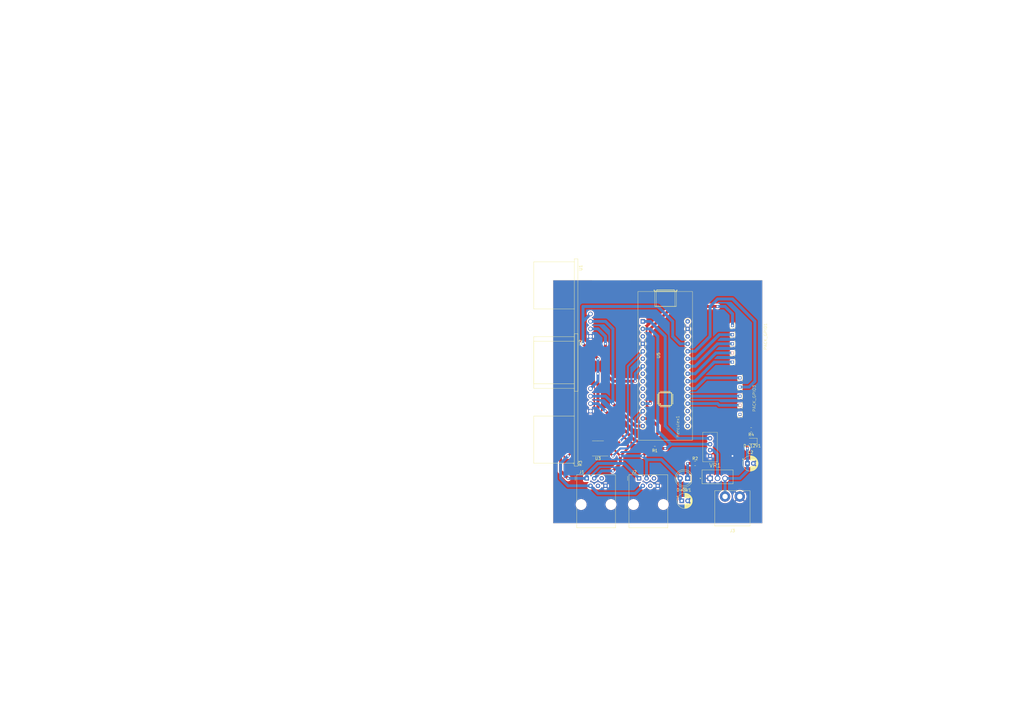
<source format=kicad_pcb>
(kicad_pcb (version 20221018) (generator pcbnew)
  (layers (0 "F.Cu" signal) (31 "B.Cu" signal) (34 "B.Paste" user) (35 "F.Paste" user) (36 "B.SilkS" user "B.Silkscreen") (37 "F.SilkS" user "F.Silkscreen") (38 "B.Mask" user) (39 "F.Mask" user) (44 "Edge.Cuts" user))
  (net 0 "")
  (net 1 "+5V")
  (net 2 "GND")
  (net 3 "+12V")
  (net 4 "Net-(D+5V1-K)")
  (net 5 "Net-(D+12V1-K)")
  (net 6 "+8V")
  (net 7 "TX_Herculex")
  (net 8 "RX_Hercu")
  (net 9 "CANL")
  (net 10 "CANH")
  (net 15 "PA4")
  (net 16 "PA5")
  (net 17 "PA6")
  (net 18 "PA7")
  (net 19 "PA8")
  (net 21 "PA0")
  (net 22 "PA1")
  (net 23 "PA2")
  (net 24 "PA3")
  (net 25 "Net-(U3-Rs)")
  (net 26 "Trig_b4")
  (net 27 "Echo_b7")
  (net 28 "Echo_b5")
  (net 29 "CAN_TX")
  (net 30 "CAN_RX")
  (net 32 "Net-(U5-~{RST}-Pad28)")
  (net 33 "PB0")
  (footprint "Robot:gpio" (layer "F.Cu") (at 218.71 109.97 90)
    (fp_text reference "PACK_GPIO3" (at 0 -0.5 90 unlocked) (layer "F.SilkS") (effects (font (thickness 0.1))))
    (fp_text value "~")
    (pad "1" thru_hole rect (at -5.45 -5.35 90) (size 1 1) (drill 0.65) (layers "*.Cu" "*.Mask"))
    (pad "2" thru_hole rect (at -2.35 -5.35 90) (size 1 1) (drill 0.65) (layers "*.Cu" "*.Mask" "B.SilkS") (net 21 "PA0"))
    (pad "3" thru_hole rect (at 0.75 -5.35 90) (size 1 1) (drill 0.65) (layers "*.Cu" "*.Mask") (net 22 "PA1"))
    (pad "4" thru_hole rect (at 3.85 -5.35 90) (size 1 1) (drill 0.65) (layers "*.Cu" "*.Mask") (net 23 "PA2"))
    (pad "5" thru_hole rect (at 6.95 -5.35 90) (size 1 1) (drill 0.65) (layers "*.Cu" "*.Mask") (net 24 "PA3"))
  )
  (footprint "Robot:RJ12" (layer "F.Cu") (at 161.29 137.16)
    (fp_text reference "J1" (at -1.67 -2.16) (layer "F.SilkS"))
    (fp_text value "RJ_can")
    (pad "" np_thru_hole circle (at -1.91 8.89) (size 3.25 3.25) (drill 3.25) (layers "*.Cu" "*.Mask"))
    (pad "" np_thru_hole circle (at 8.25 8.89) (size 3.25 3.25) (drill 3.25) (layers "*.Cu" "*.Mask"))
    (pad "1" thru_hole rect (at 0 0) (size 1.52 1.52) (drill 0.76) (layers "*.Cu" "*.Mask") (net 9 "CANL"))
    (pad "2" thru_hole circle (at 1.27 2.54) (size 1.52 1.52) (drill 0.76) (layers "*.Cu" "*.Mask") (net 10 "CANH"))
    (pad "3" thru_hole circle (at 2.54 0) (size 1.52 1.52) (drill 0.76) (layers "*.Cu" "*.Mask") (net 1 "+5V"))
    (pad "4" thru_hole circle (at 3.81 2.54) (size 1.52 1.52) (drill 0.76) (layers "*.Cu" "*.Mask"))
    (pad "5" thru_hole circle (at 5.08 0) (size 1.52 1.52) (drill 0.76) (layers "*.Cu" "*.Mask"))
    (pad "6" thru_hole circle (at 6.35 2.54) (size 1.52 1.52) (drill 0.76) (layers "*.Cu" "*.Mask") (net 2 "GND"))
  )
  (footprint "Robot:WR_TBL_3137_2pins" (layer "F.Cu") (at 210.82 147.32)
    (fp_text reference "J3" (at 0 7.62 unlocked) (layer "F.SilkS"))
    (fp_text value "connector_power")
    (pad "1" thru_hole circle (at -2.5325 -4 180) (size 3.58 3.58) (drill 1.8) (layers "*.Cu" "*.Mask") (net 3 "+12V"))
    (pad "2" thru_hole circle (at 2.4675 -4 180) (size 3.58 3.58) (drill 1.8) (layers "*.Cu" "*.Mask") (net 2 "GND"))
  )
  (footprint "LED_SMD:LED_0805_2012Metric" (layer "F.Cu") (at 217.5025 124.46 180)
    (fp_text reference "D+12V1" (at 0 -1.65) (layer "F.SilkS"))
    (fp_text value "LED bleu")
    (pad "1" smd roundrect (at -0.9375 0 180) (size 0.975 1.4) (layers "F.Cu" "F.Paste" "F.Mask") (net 5 "Net-(D+12V1-K)"))
    (pad "2" smd roundrect (at 0.9375 0 180) (size 0.975 1.4) (layers "F.Cu" "F.Paste" "F.Mask") (net 3 "+12V"))
  )
  (footprint "Robot:RJ12" (layer "F.Cu") (at 179.07 137.16)
    (fp_text reference "J2" (at -1.67 -2.16) (layer "F.SilkS"))
    (fp_text value "RJ_can")
    (pad "" np_thru_hole circle (at -1.91 8.89) (size 3.25 3.25) (drill 3.25) (layers "*.Cu" "*.Mask"))
    (pad "" np_thru_hole circle (at 8.25 8.89) (size 3.25 3.25) (drill 3.25) (layers "*.Cu" "*.Mask"))
    (pad "1" thru_hole rect (at 0 0) (size 1.52 1.52) (drill 0.76) (layers "*.Cu" "*.Mask") (net 9 "CANL"))
    (pad "2" thru_hole circle (at 1.27 2.54) (size 1.52 1.52) (drill 0.76) (layers "*.Cu" "*.Mask") (net 10 "CANH"))
    (pad "3" thru_hole circle (at 2.54 0) (size 1.52 1.52) (drill 0.76) (layers "*.Cu" "*.Mask") (net 1 "+5V"))
    (pad "4" thru_hole circle (at 3.81 2.54) (size 1.52 1.52) (drill 0.76) (layers "*.Cu" "*.Mask"))
    (pad "5" thru_hole circle (at 5.08 0) (size 1.52 1.52) (drill 0.76) (layers "*.Cu" "*.Mask"))
    (pad "6" thru_hole circle (at 6.35 2.54) (size 1.52 1.52) (drill 0.76) (layers "*.Cu" "*.Mask") (net 2 "GND"))
  )
  (footprint "Robot:gpio" (layer "F.Cu") (at 216.17 92.19 90)
    (fp_text reference "PACK_GPIO1" (at 3.25 5.85 90 unlocked) (layer "F.SilkS") (effects (font (thickness 0.1))))
    (fp_text value "~")
    (pad "1" thru_hole rect (at -5.45 -5.35 90) (size 1 1) (drill 0.65) (layers "*.Cu" "*.Mask") (net 15 "PA4"))
    (pad "2" thru_hole rect (at -2.35 -5.35 90) (size 1 1) (drill 0.65) (layers "*.Cu" "*.Mask" "B.SilkS") (net 16 "PA5"))
    (pad "3" thru_hole rect (at 0.75 -5.35 90) (size 1 1) (drill 0.65) (layers "*.Cu" "*.Mask") (net 17 "PA6"))
    (pad "4" thru_hole rect (at 3.85 -5.35 90) (size 1 1) (drill 0.65) (layers "*.Cu" "*.Mask") (net 18 "PA7"))
    (pad "5" thru_hole rect (at 6.95 -5.35 90) (size 1 1) (drill 0.65) (layers "*.Cu" "*.Mask") (net 19 "PA8"))
  )
  (footprint "Resistor_SMD:R_0805_2012Metric" (layer "F.Cu") (at 217.17 120.65 180)
    (fp_text reference "R4" (at 0 -1.65) (layer "F.SilkS"))
    (fp_text value "1k")
    (pad "1" smd roundrect (at -0.9125 0 180) (size 1.025 1.4) (layers "F.Cu" "F.Paste" "F.Mask") (roundrect_rratio 0.243902) (net 5 "Net-(D+12V1-K)"))
    (pad "2" smd roundrect (at 0.9125 0 180) (size 1.025 1.4) (layers "F.Cu" "F.Paste" "F.Mask") (roundrect_rratio 0.243902) (net 2 "GND"))
  )
  (footprint "Robot:Nucleo_STM32G431KB" (layer "F.Cu") (at 180.34 83.82)
    (fp_text reference "U5" (at 5.358 11.557 90 unlocked) (layer "F.SilkS"))
    (fp_text value "Nucleo_STM32G431KB")
    (pad "1" thru_hole trapezoid (at 0 0) (size 1.524 1.524) (drill 0.762) (layers "*.Cu" "*.Mask") (net 8 "RX_Hercu"))
    (pad "2" thru_hole circle (at 0 2.54) (size 1.524 1.524) (drill 0.762) (layers "*.Cu" "*.Mask") (net 7 "TX_Herculex"))
    (pad "3" thru_hole circle (at 0 5.08) (size 1.524 1.524) (drill 0.762) (layers "*.Cu" "*.Mask") (net 32 "Net-(U5-~{RST}-Pad28)"))
    (pad "4" thru_hole circle (at 0 7.62) (size 1.524 1.524) (drill 0.762) (layers "*.Cu" "*.Mask") (net 2 "GND"))
    (pad "5" thru_hole circle (at 0 10.16) (size 1.524 1.524) (drill 0.762) (layers "*.Cu" "*.Mask") (net 30 "CAN_RX"))
    (pad "6" thru_hole circle (at 0 12.7) (size 1.524 1.524) (drill 0.762) (layers "*.Cu" "*.Mask") (net 33 "PB0"))
    (pad "7" thru_hole circle (at 0 15.24) (size 1.524 1.524) (drill 0.762) (layers "*.Cu" "*.Mask") (net 27 "Echo_b7"))
    (pad "8" thru_hole circle (at 0 17.78) (size 1.524 1.524) (drill 0.762) (layers "*.Cu" "*.Mask"))
    (pad "9" thru_hole circle (at 0 20.32) (size 1.524 1.524) (drill 0.762) (layers "*.Cu" "*.Mask"))
    (pad "10" thru_hole circle (at 0 22.86) (size 1.524 1.524) (drill 0.762) (layers "*.Cu" "*.Mask"))
    (pad "11" thru_hole circle (at 0 25.4) (size 1.524 1.524) (drill 0.762) (layers "*.Cu" "*.Mask"))
    (pad "12" thru_hole circle (at 0 27.94) (size 1.524 1.524) (drill 0.762) (layers "*.Cu" "*.Mask") (net 19 "PA8"))
    (pad "13" thru_hole circle (at 0 30.48) (size 1.524 1.524) (drill 0.762) (layers "*.Cu" "*.Mask") (net 29 "CAN_TX"))
    (pad "14" thru_hole circle (at 0 33.02) (size 1.524 1.524) (drill 0.762) (layers "*.Cu" "*.Mask") (net 28 "Echo_b5"))
    (pad "15" thru_hole circle (at 0 35.56) (size 1.524 1.524) (drill 0.762) (layers "*.Cu" "*.Mask") (net 26 "Trig_b4"))
    (pad "16" thru_hole circle (at 15.24 35.56) (size 1.524 1.524) (drill 0.762) (layers "*.Cu" "*.Mask"))
    (pad "17" thru_hole circle (at 15.24 33.02) (size 1.524 1.524) (drill 0.762) (layers "*.Cu" "*.Mask"))
    (pad "18" thru_hole circle (at 15.24 30.48) (size 1.524 1.524) (drill 0.762) (layers "*.Cu" "*.Mask"))
    (pad "19" thru_hole circle (at 15.24 27.94) (size 1.524 1.524) (drill 0.762) (layers "*.Cu" "*.Mask") (net 21 "PA0"))
    (pad "20" thru_hole circle (at 15.24 25.4) (size 1.524 1.524) (drill 0.762) (layers "*.Cu" "*.Mask") (net 22 "PA1"))
    (pad "21" thru_hole circle (at 15.24 22.86) (size 1.524 1.524) (drill 0.762) (layers "*.Cu" "*.Mask") (net 24 "PA3"))
    (pad "22" thru_hole circle (at 15.24 20.32) (size 1.524 1.524) (drill 0.762) (layers "*.Cu" "*.Mask") (net 15 "PA4"))
    (pad "23" thru_hole circle (at 15.24 17.78) (size 1.524 1.524) (drill 0.762) (layers "*.Cu" "*.Mask") (net 16 "PA5"))
    (pad "24" thru_hole circle (at 15.24 15.24) (size 1.524 1.524) (drill 0.762) (layers "*.Cu" "*.Mask") (net 17 "PA6"))
    (pad "25" thru_hole circle (at 15.24 12.7) (size 1.524 1.524) (drill 0.762) (layers "*.Cu" "*.Mask") (net 18 "PA7"))
    (pad "26" thru_hole circle (at 15.24 10.16) (size 1.524 1.524) (drill 0.762) (layers "*.Cu" "*.Mask") (net 23 "PA2"))
    (pad "27" thru_hole circle (at 15.24 7.62) (size 1.524 1.524) (drill 0.762) (layers "*.Cu" "*.Mask") (net 1 "+5V"))
    (pad "28" thru_hole circle (at 15.24 5.08) (size 1.524 1.524) (drill 0.762) (layers "*.Cu" "*.Mask") (net 32 "Net-(U5-~{RST}-Pad28)"))
    (pad "29" thru_hole circle (at 15.24 2.54) (size 1.524 1.524) (drill 0.762) (layers "*.Cu" "*.Mask") (net 2 "GND"))
    (pad "30" thru_hole circle (at 15.24 0) (size 1.524 1.524) (drill 0.762) (layers "*.Cu" "*.Mask"))
  )
  (footprint "Package_SO:SOIC-8_3.9x4.9mm_P1.27mm" (layer "F.Cu") (at 165.1 127 180)
    (fp_text reference "U3" (at 0 -3.4) (layer "F.SilkS"))
    (fp_text value "MCP2551-I-SN" (at 0 3.4) (layer "F.Cu"))
    (pad "1" smd roundrect (at -2.475 -1.905 180) (size 1.95 0.6) (layers "F.Cu" "F.Paste" "F.Mask") (net 29 "CAN_TX"))
    (pad "2" smd roundrect (at -2.475 -0.635 180) (size 1.95 0.6) (layers "F.Cu" "F.Paste" "F.Mask") (net 2 "GND"))
    (pad "3" smd roundrect (at -2.475 0.635 180) (size 1.95 0.6) (layers "F.Cu" "F.Paste" "F.Mask") (net 1 "+5V"))
    (pad "4" smd roundrect (at -2.475 1.905 180) (size 1.95 0.6) (layers "F.Cu" "F.Paste" "F.Mask") (net 30 "CAN_RX"))
    (pad "5" smd roundrect (at 2.475 1.905 180) (size 1.95 0.6) (layers "F.Cu" "F.Paste" "F.Mask"))
    (pad "6" smd roundrect (at 2.475 0.635 180) (size 1.95 0.6) (layers "F.Cu" "F.Paste" "F.Mask") (net 9 "CANL"))
    (pad "7" smd roundrect (at 2.475 -0.635 180) (size 1.95 0.6) (layers "F.Cu" "F.Paste" "F.Mask") (net 10 "CANH"))
    (pad "8" smd roundrect (at 2.475 -1.905 180) (size 1.95 0.6) (layers "F.Cu" "F.Paste" "F.Mask") (net 25 "Net-(U3-Rs)"))
  )
  (footprint "Resistor_SMD:R_0805_2012Metric" (layer "F.Cu") (at 157.48 132.08 -90)
    (fp_text reference "R3" (at 0 -1.65 90) (layer "F.SilkS"))
    (fp_text value "R")
    (pad "1" smd roundrect (at -0.9125 0 270) (size 1.025 1.4) (layers "F.Cu" "F.Paste" "F.Mask") (roundrect_rratio 0.243902) (net 25 "Net-(U3-Rs)"))
    (pad "2" smd roundrect (at 0.9125 0 270) (size 1.025 1.4) (layers "F.Cu" "F.Paste" "F.Mask") (roundrect_rratio 0.243902) (net 2 "GND"))
  )
  (footprint "Capacitor_THT:CP_Radial_D5.0mm_P2.00mm" (layer "F.Cu") (at 193.58 144.78)
    (fp_text reference "C1" (at 1 -3.75) (layer "F.SilkS"))
    (fp_text value "C_Polarized")
    (pad "1" thru_hole rect (at 0 0) (size 1.6 1.6) (drill 0.8) (layers "*.Cu" "*.Mask") (net 1 "+5V"))
    (pad "2" thru_hole circle (at 2 0) (size 1.6 1.6) (drill 0.8) (layers "*.Cu" "*.Mask") (net 2 "GND"))
  )
  (footprint "Resistor_SMD:R_0805_2012Metric_Pad1.20x1.40mm_HandSolder" (layer "F.Cu") (at 184.42 127)
    (fp_text reference "R1" (at 0 0.735) (layer "F.SilkS"))
    (fp_text value "4700")
    (pad "1" smd roundrect (at -1 0) (size 1.2 1.4) (layers "F.Cu" "F.Paste" "F.Mask") (roundrect_rratio 0.208333) (net 1 "+5V"))
    (pad "2" smd roundrect (at 1 0) (size 1.2 1.4) (layers "F.Cu" "F.Paste" "F.Mask") (roundrect_rratio 0.208333) (net 7 "TX_Herculex"))
  )
  (footprint "ultrasonic:XCVR_HC-SR04" (layer "F.Cu") (at 162.56 110.49 -90)
    (fp_text reference "U2" (at -19.48505 3.31671 90) (layer "F.SilkS") (effects (font (size 1.00052 1.00052))))
    (fp_text value "HC-SR04")
    (pad "1" thru_hole circle (at -3.81 0 270) (size 1.53 1.53) (drill 1.02) (layers "*.Cu" "*.Mask") (net 1 "+5V"))
    (pad "2" thru_hole circle (at -1.27 0 270) (size 1.53 1.53) (drill 1.02) (layers "*.Cu" "*.Mask") (net 26 "Trig_b4"))
    (pad "3" thru_hole circle (at 1.27 0 270) (size 1.53 1.53) (drill 1.02) (layers "*.Cu" "*.Mask") (net 28 "Echo_b5"))
    (pad "4" thru_hole circle (at 3.81 0 270) (size 1.53 1.53) (drill 1.02) (layers "*.Cu" "*.Mask") (net 2 "GND"))
  )
  (footprint "lm317:TO254P1054X470X1955-3" (layer "F.Cu") (at 205.74 137.16)
    (fp_text reference "VR1" (at -0.835 -4.399) (layer "F.SilkS") (effects (font (size 1.4 1.4))))
    (fp_text value "LM317T/NOPB")
    (pad "1" thru_hole rect (at -2.54 0) (size 1.86 1.86) (drill 1.24) (layers "*.Cu" "*.Mask") (net 2 "GND"))
    (pad "2" thru_hole circle (at 0 0) (size 1.86 1.86) (drill 1.24) (layers "*.Cu" "*.Mask") (net 6 "+8V"))
    (pad "3" thru_hole circle (at 2.54 0) (size 1.86 1.86) (drill 1.24) (layers "*.Cu" "*.Mask") (net 3 "+12V"))
  )
  (footprint "ultrasonic:XCVR_HC-SR04" (layer "F.Cu") (at 162.56 85.09 -90)
    (fp_text reference "U1" (at -19.48505 3.31671 -270) (layer "F.SilkS") (effects (font (size 1.00052 1.00052))))
    (fp_text value "HC-SR04")
    (pad "1" thru_hole circle (at -3.81 0 270) (size 1.53 1.53) (drill 1.02) (layers "*.Cu" "*.Mask") (net 1 "+5V"))
    (pad "2" thru_hole circle (at -1.27 0 270) (size 1.53 1.53) (drill 1.02) (layers "*.Cu" "*.Mask") (net 26 "Trig_b4"))
    (pad "3" thru_hole circle (at 1.27 0 270) (size 1.53 1.53) (drill 1.02) (layers "*.Cu" "*.Mask") (net 27 "Echo_b7"))
    (pad "4" thru_hole circle (at 3.81 0 270) (size 1.53 1.53) (drill 1.02) (layers "*.Cu" "*.Mask") (net 2 "GND"))
  )
  (footprint "LED_THT:LED_D5.0mm" (layer "F.Cu") (at 195.58 137.16 180)
    (fp_text reference "D+5V1" (at 1.27 -3.96) (layer "F.SilkS"))
    (fp_text value "LED")
    (pad "1" thru_hole rect (at 0 0 180) (size 1.8 1.8) (drill 0.9) (layers "*.Cu" "*.Mask") (net 4 "Net-(D+5V1-K)"))
    (pad "2" thru_hole circle (at 2.54 0 180) (size 1.8 1.8) (drill 0.9) (layers "*.Cu" "*.Mask") (net 1 "+5V"))
  )
  (footprint "Hercu:herculex" (layer "F.Cu") (at 192.7 119.54 90)
    (fp_text reference "Herculex1" (at 0 -0.5 90 unlocked) (layer "F.SilkS") (effects (font (thickness 0.1))))
    (fp_text value "~")
    (pad "1" thru_hole circle (at -10 10.5 90) (size 1.524 1.524) (drill 0.762) (layers "*.Cu" "*.Mask") (net 2 "GND"))
    (pad "2" thru_hole circle (at -8 10.5 90) (size 1.524 1.524) (drill 0.762) (layers "*.Cu" "*.Mask") (net 6 "+8V"))
    (pad "3" thru_hole circle (at -6 10.5 90) (size 1.524 1.524) (drill 0.762) (layers "*.Cu" "*.Mask") (net 7 "TX_Herculex"))
    (pad "4" thru_hole circle (at -4 10.5 90) (size 1.524 1.524) (drill 0.762) (layers "*.Cu" "*.Mask") (net 8 "RX_Hercu"))
  )
  (footprint "Capacitor_THT:CP_Radial_D5.0mm_P2.00mm" (layer "F.Cu") (at 215.9 132.08)
    (fp_text reference "C2" (at 1 -3.75) (layer "F.SilkS"))
    (fp_text value "470u")
    (pad "1" thru_hole rect (at 0 0) (size 1.6 1.6) (drill 0.8) (layers "*.Cu" "*.Mask") (net 3 "+12V"))
    (pad "2" thru_hole circle (at 2 0) (size 1.6 1.6) (drill 0.8) (layers "*.Cu" "*.Mask") (net 2 "GND"))
  )
  (footprint "Resistor_SMD:R_0805_2012Metric" (layer "F.Cu") (at 198.12 132.08)
    (fp_text reference "R2" (at 0 -1.65) (layer "F.SilkS"))
    (fp_text value "R")
    (pad "1" smd roundrect (at -0.9125 0) (size 1.025 1.4) (layers "F.Cu" "F.Paste" "F.Mask") (roundrect_rratio 0.243902) (net 4 "Net-(D+5V1-K)"))
    (pad "2" smd roundrect (at 0.9125 0) (size 1.025 1.4) (layers "F.Cu" "F.Paste" "F.Mask") (roundrect_rratio 0.243902) (net 2 "GND"))
  )
  (gr_rect (start 149.86 69.85) (end 220.98 152.4) (stroke (width 0.1)) (fill none) (layer "Edge.Cuts"))
  (gr_text "USB" (at 186.69 72.39) (layer "F.Cu") (effects (font (size 1 1)) (justify left bottom)))
  (gr_text "12V" (at 200.66 144.78) (layer "F.Cu") (effects (font (size 1 1)) (justify left bottom)))
  (gr_text "IO\n2023-AAC\nClaudia & Joel" (at 163.83 74.93) (layer "F.Cu") (effects (font (size 1 1)) (justify left bottom)))
  (segment (start 172.72 132.08) (end 170.18 134.62) (width 1) (layer "F.Cu") (net 1))
  (segment (start 172.72 129.54) (end 175.26 127) (width 0.7) (layer "F.Cu") (net 1))
  (segment (start 175.26 124.46) (end 165.1 114.3) (width 0.7) (layer "F.Cu") (net 1))
  (segment (start 165.1 96.52) (end 160.02 91.44) (width 1) (layer "F.Cu") (net 1))
  (segment (start 167.575 126.365) (end 169.545 126.365) (width 0.7) (layer "F.Cu") (net 1))
  (segment (start 165.1 109.22) (end 165.1 114.3) (width 1) (layer "F.Cu") (net 1))
  (segment (start 172.72 129.54) (end 172.72 132.08) (width 1) (layer "F.Cu") (net 1))
  (segment (start 182.88 127) (end 180.34 129.54) (width 1) (layer "F.Cu") (net 1))
  (segment (start 169.545 126.365) (end 172.72 129.54) (width 0.7) (layer "F.Cu") (net 1))
  (segment (start 165.1 109.22) (end 165.1 101.6) (width 1) (layer "F.Cu") (net 1))
  (segment (start 183.42 127) (end 182.88 127) (width 1) (layer "F.Cu") (net 1))
  (segment (start 175.26 127) (end 175.26 124.46) (width 0.7) (layer "F.Cu") (net 1))
  (via (at 170.18 134.62) (size 1) (drill 0.6) (layers "F.Cu" "B.Cu") (net 1))
  (via (at 172.72 129.54) (size 1) (drill 0.6) (layers "F.Cu" "B.Cu") (net 1))
  (via (at 165.1 96.52) (size 1) (drill 0.6) (layers "F.Cu" "B.Cu") (net 1))
  (via (at 180.34 129.54) (size 1) (drill 0.6) (layers "F.Cu" "B.Cu") (net 1))
  (via (at 160.02 91.44) (size 1) (drill 0.6) (layers "F.Cu" "B.Cu") (net 1))
  (via (at 165.1 101.6) (size 1) (drill 0.6) (layers "F.Cu" "B.Cu") (net 1))
  (segment (start 180.34 129.54) (end 172.72 129.54) (width 1) (layer "B.Cu") (net 1))
  (segment (start 193.04 144.24) (end 193.58 144.78) (width 1) (layer "B.Cu") (net 1))
  (segment (start 181.61 130.81) (end 186.69 130.81) (width 1) (layer "B.Cu") (net 1))
  (segment (start 186.69 130.81) (end 193.04 137.16) (width 1) (layer "B.Cu") (net 1))
  (segment (start 181.61 137.16) (end 181.61 130.81) (width 1) (layer "B.Cu") (net 1))
  (segment (start 185.42 78.74) (end 190.5 83.82) (width 1) (layer "B.Cu") (net 1))
  (segment (start 190.5 88.9) (end 193.04 91.44) (width 1) (layer "B.Cu") (net 1))
  (segment (start 163.83 137.16) (end 166.37 134.62) (width 1) (layer "B.Cu") (net 1))
  (segment (start 165.1 104.14) (end 162.56 106.68) (width 1) (layer "B.Cu") (net 1))
  (segment (start 160.02 83.82) (end 162.56 81.28) (width 1) (layer "B.Cu") (net 1))
  (segment (start 190.5 83.82) (end 190.5 88.9) (width 1) (layer "B.Cu") (net 1))
  (segment (start 193.04 137.16) (end 193.04 144.24) (width 1) (layer "B.Cu") (net 1))
  (segment (start 193.04 91.44) (end 195.58 91.44) (width 1) (layer "B.Cu") (net 1))
  (segment (start 165.1 101.6) (end 165.1 96.52) (width 1) (layer "B.Cu") (net 1))
  (segment (start 160.02 91.44) (end 160.02 83.82) (width 1) (layer "B.Cu") (net 1))
  (segment (start 181.61 130.81) (end 180.34 129.54) (width 1) (layer "B.Cu") (net 1))
  (segment (start 166.37 134.62) (end 170.18 134.62) (width 1) (layer "B.Cu") (net 1))
  (segment (start 165.1 101.6) (end 165.1 104.14) (width 1) (layer "B.Cu") (net 1))
  (segment (start 160.02 78.74) (end 185.42 78.74) (width 1) (layer "B.Cu") (net 1))
  (segment (start 160.02 83.82) (end 160.02 78.74) (width 1) (layer "B.Cu") (net 1))
  (via (at 210.82 129.54) (size 1) (drill 0.6) (layers "F.Cu" "B.Cu") (net 2))
  (segment (start 215.9 127) (end 215.9 125.125) (width 1) (layer "F.Cu") (net 3))
  (segment (start 215.9 125.125) (end 216.565 124.46) (width 1) (layer "F.Cu") (net 3))
  (via (at 215.9 127) (size 1) (drill 0.6) (layers "F.Cu" "B.Cu") (net 3))
  (segment (start 215.9 134.62) (end 215.9 132.08) (width 1) (layer "B.Cu") (net 3))
  (segment (start 213.36 137.16) (end 215.9 134.62) (width 1) (layer "B.Cu") (net 3))
  (segment (start 215.9 132.08) (end 215.9 129.54) (width 1) (layer "B.Cu") (net 3))
  (segment (start 208.2875 137.1675) (end 208.28 137.16) (width 1) (layer "B.Cu") (net 3))
  (segment (start 208.28 137.16) (end 213.36 137.16) (width 1) (layer "B.Cu") (net 3))
  (segment (start 208.2875 143.32) (end 208.2875 137.1675) (width 1) (layer "B.Cu") (net 3))
  (segment (start 215.9 129.54) (end 215.9 127) (width 1) (layer "B.Cu") (net 3))
  (segment (start 195.58 132.08) (end 197.2075 132.08) (width 1) (layer "F.Cu") (net 4))
  (via (at 195.58 132.08) (size 1) (drill 0.6) (layers "F.Cu" "B.Cu") (net 4))
  (segment (start 195.58 137.16) (end 195.58 132.08) (width 1) (layer "B.Cu") (net 4))
  (segment (start 218.44 121.0075) (end 218.0825 120.65) (width 1) (layer "F.Cu") (net 5))
  (segment (start 218.44 124.46) (end 218.44 121.0075) (width 1) (layer "F.Cu") (net 5))
  (segment (start 205.74 137.16) (end 205.74 129.00237) (width 1) (layer "B.Cu") (net 6))
  (segment (start 205.74 129.00237) (end 204.27763 127.54) (width 1) (layer "B.Cu") (net 6))
  (segment (start 204.27763 127.54) (end 203.2 127.54) (width 1) (layer "B.Cu") (net 6))
  (segment (start 187.96 127) (end 185.42 127) (width 1) (layer "F.Cu") (net 7))
  (via (at 187.96 127) (size 1) (drill 0.6) (layers "F.Cu" "B.Cu") (net 7))
  (segment (start 189.882944 125.54) (end 185.42 121.077056) (width 1) (layer "B.Cu") (net 7))
  (segment (start 185.42 121.077056) (end 185.42 88.9) (width 1) (layer "B.Cu") (net 7))
  (segment (start 203.2 125.54) (end 189.882944 125.54) (width 1) (layer "B.Cu") (net 7))
  (segment (start 188.422944 127) (end 187.96 127) (width 1) (layer "B.Cu") (net 7))
  (segment (start 185.42 88.9) (end 182.88 86.36) (width 1) (layer "B.Cu") (net 7))
  (segment (start 189.882944 125.54) (end 188.422944 127) (width 1) (layer "B.Cu") (net 7))
  (segment (start 182.88 86.36) (end 180.34 86.36) (width 1) (layer "B.Cu") (net 7))
  (segment (start 182.88 83.82) (end 180.34 83.82) (width 1) (layer "B.Cu") (net 8))
  (segment (start 192.12 123.54) (end 187.96 119.38) (width 1) (layer "B.Cu") (net 8))
  (segment (start 187.96 119.38) (end 187.96 88.9) (width 1) (layer "B.Cu") (net 8))
  (segment (start 187.96 88.9) (end 182.88 83.82) (width 1) (layer "B.Cu") (net 8))
  (segment (start 203.2 123.54) (end 192.12 123.54) (width 1) (layer "B.Cu") (net 8))
  (segment (start 152.4 134.62) (end 152.4 129.54) (width 1) (layer "F.Cu") (net 9))
  (segment (start 155.575 126.365) (end 152.4 129.54) (width 0.7) (layer "F.Cu") (net 9))
  (segment (start 154.94 137.16) (end 152.4 134.62) (width 1) (layer "F.Cu") (net 9))
  (segment (start 162.625 126.365) (end 155.575 126.365) (width 0.7) (layer "F.Cu") (net 9))
  (via (at 154.94 137.16) (size 1) (drill 0.6) (layers "F.Cu" "B.Cu") (net 9))
  (segment (start 173.99 132.08) (end 165.1 132.08) (width 1) (layer "B.Cu") (net 9))
  (segment (start 161.29 135.89) (end 161.29 137.16) (width 1) (layer "B.Cu") (net 9))
  (segment (start 179.07 137.16) (end 173.99 132.08) (width 1) (layer "B.Cu") (net 9))
  (segment (start 165.1 132.08) (end 161.29 135.89) (width 1) (layer "B.Cu") (net 9))
  (segment (start 161.29 137.16) (end 154.94 137.16) (width 1) (layer "B.Cu") (net 9))
  (segment (start 162.625 127.635) (end 156.845 127.635) (width 0.7) (layer "F.Cu") (net 10))
  (segment (start 156.845 127.635) (end 154.94 129.54) (width 0.7) (layer "F.Cu") (net 10))
  (via (at 154.94 129.54) (size 1) (drill 0.6) (layers "F.Cu" "B.Cu") (net 10))
  (segment (start 152.4 132.08) (end 154.94 129.54) (width 1) (layer "B.Cu") (net 10))
  (segment (start 162.56 139.7) (end 154.94 139.7) (width 1) (layer "B.Cu") (net 10))
  (segment (start 152.4 137.16) (end 152.4 132.08) (width 1) (layer "B.Cu") (net 10))
  (segment (start 165.1 142.24) (end 162.56 139.7) (width 1) (layer "B.Cu") (net 10))
  (segment (start 154.94 139.7) (end 152.4 137.16) (width 1) (layer "B.Cu") (net 10))
  (segment (start 177.8 142.24) (end 165.1 142.24) (width 1) (layer "B.Cu") (net 10))
  (segment (start 180.34 139.7) (end 177.8 142.24) (width 1) (layer "B.Cu") (net 10))
  (segment (start 210.82 97.64) (end 204.62 97.64) (width 1) (layer "B.Cu") (net 15))
  (segment (start 198.12 104.14) (end 195.58 104.14) (width 1) (layer "B.Cu") (net 15))
  (segment (start 204.62 97.64) (end 198.12 104.14) (width 1) (layer "B.Cu") (net 15))
  (segment (start 205.18 94.54) (end 198.12 101.6) (width 1) (layer "B.Cu") (net 16))
  (segment (start 210.82 94.54) (end 205.18 94.54) (width 1) (layer "B.Cu") (net 16))
  (segment (start 198.12 101.6) (end 195.58 101.6) (width 1) (layer "B.Cu") (net 16))
  (segment (start 198.12 99.06) (end 195.58 99.06) (width 1) (layer "B.Cu") (net 17))
  (segment (start 210.82 91.44) (end 205.74 91.44) (width 1) (layer "B.Cu") (net 17))
  (segment (start 205.74 91.44) (end 198.12 99.06) (width 1) (layer "B.Cu") (net 17))
  (segment (start 206.3 88.34) (end 198.12 96.52) (width 1) (layer "B.Cu") (net 18))
  (segment (start 198.12 96.52) (end 195.58 96.52) (width 1) (layer "B.Cu") (net 18))
  (segment (start 210.82 88.34) (end 206.3 88.34) (width 1) (layer "B.Cu") (net 18))
  (segment (start 182.88 86.36) (end 190.5 78.74) (width 1) (layer "F.Cu") (net 19))
  (segment (start 190.5 78.74) (end 205.74 78.74) (width 1) (layer "F.Cu") (net 19))
  (segment (start 182.88 111.76) (end 182.88 86.36) (width 1) (layer "F.Cu") (net 19))
  (via (at 182.88 111.76) (size 1) (drill 0.6) (layers "F.Cu" "B.Cu") (net 19))
  (via (at 205.74 78.74) (size 1) (drill 0.6) (layers "F.Cu" "B.Cu") (net 19))
  (segment (start 180.34 111.76) (end 182.88 111.76) (width 1) (layer "B.Cu") (net 19))
  (segment (start 208.28 78.74) (end 210.82 81.28) (width 1) (layer "B.Cu") (net 19))
  (segment (start 205.74 78.74) (end 208.28 78.74) (width 1) (layer "B.Cu") (net 19))
  (segment (start 210.82 81.28) (end 210.82 85.24) (width 1) (layer "B.Cu") (net 19))
  (segment (start 206.3 112.32) (end 213.36 112.32) (width 1) (layer "B.Cu") (net 21))
  (segment (start 205.74 111.76) (end 206.3 112.32) (width 1) (layer "B.Cu") (net 21))
  (segment (start 195.58 111.76) (end 205.74 111.76) (width 1) (layer "B.Cu") (net 21))
  (segment (start 213.36 109.22) (end 195.58 109.22) (width 1) (layer "B.Cu") (net 22))
  (segment (start 203.2 88.9) (end 203.2 78.74) (width 1) (layer "B.Cu") (net 23))
  (segment (start 205.74 76.2) (end 210.82 76.2) (width 1) (layer "B.Cu") (net 23))
  (segment (start 203.2 78.74) (end 205.74 76.2) (width 1) (layer "B.Cu") (net 23))
  (segment (start 203.2 88.9) (end 198.12 93.98) (width 1) (layer "B.Cu") (net 23))
  (segment (start 216.46 106.12) (end 218.44 104.14) (width 1) (layer "B.Cu") (net 23))
  (segment (start 213.36 106.12) (end 216.46 106.12) (width 1) (layer "B.Cu") (net 23))
  (segment (start 218.44 83.82) (end 210.82 76.2) (width 1) (layer "B.Cu") (net 23))
  (segment (start 198.12 93.98) (end 195.58 93.98) (width 1) (layer "B.Cu") (net 23))
  (segment (start 218.44 104.14) (end 218.44 83.82) (width 1) (layer "B.Cu") (net 23))
  (segment (start 201.78 103.02) (end 198.12 106.68) (width 1) (layer "B.Cu") (net 24))
  (segment (start 198.12 106.68) (end 195.58 106.68) (width 1) (layer "B.Cu") (net 24))
  (segment (start 213.36 103.02) (end 201.78 103.02) (width 1) (layer "B.Cu") (net 24))
  (segment (start 162.625 128.905) (end 159.7425 128.905) (width 0.7) (layer "F.Cu") (net 25))
  (segment (start 159.7425 128.905) (end 157.48 131.1675) (width 0.7) (layer "F.Cu") (net 25))
  (segment (start 170.18 111.76) (end 177.8 119.38) (width 1) (layer "F.Cu") (net 26))
  (segment (start 177.8 119.38) (end 180.34 119.38) (width 1) (layer "F.Cu") (net 26))
  (via (at 170.18 111.76) (size 1) (drill 0.6) (layers "F.Cu" "B.Cu") (net 26))
  (segment (start 167.64 109.22) (end 170.18 111.76) (width 1) (layer "B.Cu") (net 26))
  (segment (start 170.18 86.36) (end 167.64 83.82) (width 1) (layer "B.Cu") (net 26))
  (segment (start 167.64 83.82) (end 162.56 83.82) (width 1) (layer "B.Cu") (net 26))
  (segment (start 170.18 111.76) (end 170.18 86.36) (width 1) (layer "B.Cu") (net 26))
  (segment (start 162.56 109.22) (end 167.64 109.22) (width 1) (layer "B.Cu") (net 26))
  (segment (start 167.64 101.6) (end 170.18 104.14) (width 1) (layer "F.Cu") (net 27))
  (segment (start 167.64 91.44) (end 167.64 101.6) (width 1) (layer "F.Cu") (net 27))
  (segment (start 170.18 104.14) (end 177.8 104.14) (width 1) (layer "F.Cu") (net 27))
  (via (at 167.64 91.44) (size 1) (drill 0.6) (layers "F.Cu" "B.Cu") (net 27))
  (via (at 177.8 104.14) (size 1) (drill 0.6) (layers "F.Cu" "B.Cu") (net 27))
  (segment (start 177.8 104.14) (end 177.8 101.6) (width 1) (layer "B.Cu") (net 27))
  (segment (start 177.8 101.6) (end 180.34 99.06) (width 1) (layer "B.Cu") (net 27))
  (segment (start 167.64 88.9) (end 167.64 91.44) (width 1) (layer "B.Cu") (net 27))
  (segment (start 162.56 86.36) (end 165.1 86.36) (width 1) (layer "B.Cu") (net 27))
  (segment (start 165.1 86.36) (end 167.64 88.9) (width 1) (layer "B.Cu") (net 27))
  (segment (start 185.42 119.38) (end 182.88 116.84) (width 1) (layer "F.Cu") (net 28))
  (segment (start 182.88 124.46) (end 185.42 121.92) (width 1) (layer "F.Cu") (net 28))
  (segment (start 185.42 121.92) (end 185.42 119.38) (width 1) (layer "F.Cu") (net 28))
  (segment (start 182.88 116.84) (end 180.34 116.84) (width 1) (layer "F.Cu") (net 28))
  (segment (start 177.8 124.46) (end 182.88 124.46) (width 1) (layer "F.Cu") (net 28))
  (segment (start 167.64 114.3) (end 177.8 124.46) (width 1) (layer "F.Cu") (net 28))
  (via (at 167.64 114.3) (size 1) (drill 0.6) (layers "F.Cu" "B.Cu") (net 28))
  (segment (start 165.1 111.76) (end 167.64 114.3) (width 1) (layer "B.Cu") (net 28))
  (segment (start 162.56 111.76) (end 165.1 111.76) (width 1) (layer "B.Cu") (net 28))
  (segment (start 169.545 128.905) (end 170.18 129.54) (width 0.7) (layer "F.Cu") (net 29))
  (segment (start 167.575 128.905) (end 169.545 128.905) (width 0.7) (layer "F.Cu") (net 29))
  (via (at 170.18 129.54) (size 1) (drill 0.6) (layers "F.Cu" "B.Cu") (net 29))
  (segment (start 172.72 127) (end 175.26 127) (width 0.7) (layer "B.Cu") (net 29))
  (segment (start 177.8 116.84) (end 180.34 114.3) (width 0.7) (layer "B.Cu") (net 29))
  (segment (start 177.8 124.46) (end 177.8 116.84) (width 0.7) (layer "B.Cu") (net 29))
  (segment (start 175.26 127) (end 177.8 124.46) (width 0.7) (layer "B.Cu") (net 29))
  (segment (start 170.18 129.54) (end 172.72 127) (width 0.7) (layer "B.Cu") (net 29))
  (segment (start 172.085 125.095) (end 172.72 124.46) (width 0.7) (layer "F.Cu") (net 30))
  (segment (start 167.575 125.095) (end 172.085 125.095) (width 0.7) (layer "F.Cu") (net 30))
  (via (at 172.72 124.46) (size 0.7) (drill 0.5) (layers "F.Cu" "B.Cu") (net 30))
  (segment (start 175.26 121.92) (end 175.26 99.06) (width 0.7) (layer "B.Cu") (net 30))
  (segment (start 175.26 99.06) (end 180.34 93.98) (width 0.7) (layer "B.Cu") (net 30))
  (segment (start 172.72 124.46) (end 175.26 121.92) (width 0.7) (layer "B.Cu") (net 30))
  (zone (net 2) (net_name "GND") (layers "F&B.Cu") (name "gnd") (connect_pads (clearance 0.5)) (min_thickness 0.25) (fill yes (thermal_gap 0.5) (thermal_bridge_width 0.5))
    (polygon (pts (xy 309.88 215.9) (xy 309.88 -25.4) (xy -38.1 -25.4) (xy -38.1 215.9)))
  )
)
</source>
